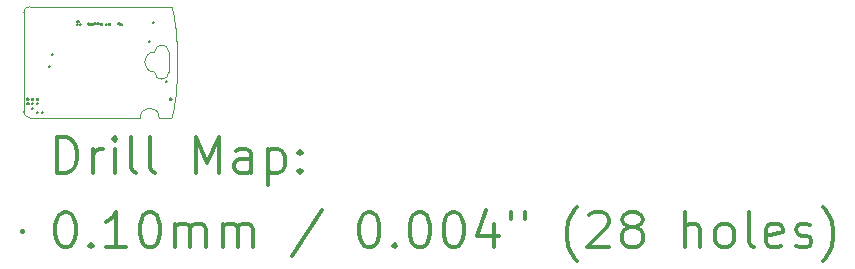
<source format=gbr>
%FSLAX45Y45*%
G04 Gerber Fmt 4.5, Leading zero omitted, Abs format (unit mm)*
G04 Created by KiCad (PCBNEW (5.0.1)-3) date 11/18/18 14:44:32*
%MOMM*%
%LPD*%
G01*
G04 APERTURE LIST*
%ADD10C,0.010000*%
%ADD11C,0.050000*%
%ADD12C,0.200000*%
%ADD13C,0.300000*%
G04 APERTURE END LIST*
D10*
X2932500Y-2265000D02*
G75*
G02X2812500Y-2265000I-60000J0D01*
G01*
X2932500Y-2095000D02*
G75*
G03X2812500Y-2095000I-60000J0D01*
G01*
X2812500Y-2095000D02*
G75*
G03X2812500Y-2265000I0J-85000D01*
G01*
D11*
X2850000Y-2650000D02*
G75*
G03X2690000Y-2650000I-80000J0D01*
G01*
X2850000Y-2650000D02*
X2952500Y-2650000D01*
D10*
X2932500Y-2095000D02*
X2932500Y-2265000D01*
D11*
X1752500Y-1710000D02*
G75*
G03X1702500Y-1760000I0J-50000D01*
G01*
X1702500Y-2600000D02*
G75*
G03X1752500Y-2650000I50000J0D01*
G01*
X1702500Y-1760000D02*
X1702500Y-2600000D01*
X2952500Y-1710000D02*
X1752500Y-1710000D01*
X1752500Y-2650000D02*
X2690000Y-2650000D01*
X3002500Y-2180000D02*
X3002500Y-2167000D01*
X3002500Y-2167000D02*
X3002500Y-2153000D01*
X3002500Y-2153000D02*
X3002500Y-2140000D01*
X3002500Y-2140000D02*
X3002500Y-2126000D01*
X3002500Y-2126000D02*
X3001500Y-2113000D01*
X3001500Y-2113000D02*
X3001500Y-2099000D01*
X3001500Y-2099000D02*
X3001500Y-2086000D01*
X3001500Y-2086000D02*
X3000500Y-2073000D01*
X3000500Y-2073000D02*
X3000500Y-2059000D01*
X3000500Y-2059000D02*
X2999500Y-2046000D01*
X2999500Y-2046000D02*
X2998500Y-2033000D01*
X2998500Y-2033000D02*
X2998500Y-2020000D01*
X2998500Y-2020000D02*
X2997500Y-2007000D01*
X2997500Y-2007000D02*
X2996500Y-1995000D01*
X2996500Y-1995000D02*
X2995500Y-1982000D01*
X2995500Y-1982000D02*
X2994500Y-1970000D01*
X2994500Y-1970000D02*
X2993500Y-1957000D01*
X2993500Y-1957000D02*
X2992500Y-1945000D01*
X2992500Y-1945000D02*
X2991500Y-1933000D01*
X2991500Y-1933000D02*
X2990500Y-1921000D01*
X2990500Y-1921000D02*
X2989500Y-1909000D01*
X2989500Y-1909000D02*
X2988500Y-1897000D01*
X2988500Y-1897000D02*
X2986500Y-1886000D01*
X2986500Y-1886000D02*
X2985500Y-1874000D01*
X2985500Y-1874000D02*
X2984500Y-1863000D01*
X2984500Y-1863000D02*
X2982500Y-1852000D01*
X2982500Y-1852000D02*
X2981500Y-1842000D01*
X2981500Y-1842000D02*
X2979500Y-1831000D01*
X2979500Y-1831000D02*
X2978500Y-1821000D01*
X2978500Y-1821000D02*
X2976500Y-1811000D01*
X2976500Y-1811000D02*
X2974500Y-1801000D01*
X2974500Y-1801000D02*
X2973500Y-1791000D01*
X2973500Y-1791000D02*
X2971500Y-1782000D01*
X2971500Y-1782000D02*
X2969500Y-1772000D01*
X2969500Y-1772000D02*
X2967500Y-1764000D01*
X2967500Y-1764000D02*
X2965500Y-1755000D01*
X2965500Y-1755000D02*
X2964500Y-1746000D01*
X2964500Y-1746000D02*
X2962500Y-1738000D01*
X2962500Y-1738000D02*
X2960500Y-1730000D01*
X2960500Y-1730000D02*
X2958500Y-1723000D01*
X2958500Y-1723000D02*
X2955500Y-1715000D01*
X2955500Y-1715000D02*
X2952500Y-1710000D01*
X2952500Y-2650000D02*
X2955500Y-2645000D01*
X2955500Y-2645000D02*
X2958500Y-2637000D01*
X2958500Y-2637000D02*
X2960500Y-2630000D01*
X2960500Y-2630000D02*
X2962500Y-2622000D01*
X2962500Y-2622000D02*
X2964500Y-2614000D01*
X2964500Y-2614000D02*
X2965500Y-2605000D01*
X2965500Y-2605000D02*
X2967500Y-2596000D01*
X2967500Y-2596000D02*
X2969500Y-2588000D01*
X2969500Y-2588000D02*
X2971500Y-2578000D01*
X2971500Y-2578000D02*
X2973500Y-2569000D01*
X2973500Y-2569000D02*
X2974500Y-2559000D01*
X2974500Y-2559000D02*
X2976500Y-2549000D01*
X2976500Y-2549000D02*
X2978500Y-2539000D01*
X2978500Y-2539000D02*
X2979500Y-2529000D01*
X2979500Y-2529000D02*
X2981500Y-2518000D01*
X2981500Y-2518000D02*
X2982500Y-2508000D01*
X2982500Y-2508000D02*
X2984500Y-2497000D01*
X2984500Y-2497000D02*
X2985500Y-2486000D01*
X2985500Y-2486000D02*
X2986500Y-2474000D01*
X2986500Y-2474000D02*
X2988500Y-2463000D01*
X2988500Y-2463000D02*
X2989500Y-2451000D01*
X2989500Y-2451000D02*
X2990500Y-2439000D01*
X2990500Y-2439000D02*
X2991500Y-2427000D01*
X2991500Y-2427000D02*
X2992500Y-2415000D01*
X2992500Y-2415000D02*
X2993500Y-2403000D01*
X2993500Y-2403000D02*
X2994500Y-2390000D01*
X2994500Y-2390000D02*
X2995500Y-2378000D01*
X2995500Y-2378000D02*
X2996500Y-2365000D01*
X2996500Y-2365000D02*
X2997500Y-2353000D01*
X2997500Y-2353000D02*
X2998500Y-2340000D01*
X2998500Y-2340000D02*
X2998500Y-2327000D01*
X2998500Y-2327000D02*
X2999500Y-2314000D01*
X2999500Y-2314000D02*
X3000500Y-2301000D01*
X3000500Y-2301000D02*
X3000500Y-2287000D01*
X3000500Y-2287000D02*
X3001500Y-2274000D01*
X3001500Y-2274000D02*
X3001500Y-2261000D01*
X3001500Y-2261000D02*
X3001500Y-2247000D01*
X3001500Y-2247000D02*
X3002500Y-2234000D01*
X3002500Y-2234000D02*
X3002500Y-2220000D01*
X3002500Y-2220000D02*
X3002500Y-2207000D01*
X3002500Y-2207000D02*
X3002500Y-2193000D01*
X3002500Y-2193000D02*
X3002500Y-2180000D01*
D12*
X1735000Y-2487500D02*
X1745000Y-2497500D01*
X1745000Y-2487500D02*
X1735000Y-2497500D01*
X1735000Y-2527500D02*
X1745000Y-2537500D01*
X1745000Y-2527500D02*
X1735000Y-2537500D01*
X1775000Y-2487500D02*
X1785000Y-2497500D01*
X1785000Y-2487500D02*
X1775000Y-2497500D01*
X1775000Y-2527500D02*
X1785000Y-2537500D01*
X1785000Y-2527500D02*
X1775000Y-2537500D01*
X1775000Y-2567500D02*
X1785000Y-2577500D01*
X1785000Y-2567500D02*
X1775000Y-2577500D01*
X1815000Y-2487500D02*
X1825000Y-2497500D01*
X1825000Y-2487500D02*
X1815000Y-2497500D01*
X1815000Y-2527500D02*
X1825000Y-2537500D01*
X1825000Y-2527500D02*
X1815000Y-2537500D01*
X1815000Y-2602500D02*
X1825000Y-2612500D01*
X1825000Y-2602500D02*
X1815000Y-2612500D01*
X1855000Y-2602500D02*
X1865000Y-2612500D01*
X1865000Y-2602500D02*
X1855000Y-2612500D01*
X1915000Y-2210000D02*
X1925000Y-2220000D01*
X1925000Y-2210000D02*
X1915000Y-2220000D01*
X1942500Y-2112500D02*
X1952500Y-2122500D01*
X1952500Y-2112500D02*
X1942500Y-2122500D01*
X2155000Y-1855000D02*
X2165000Y-1865000D01*
X2165000Y-1855000D02*
X2155000Y-1865000D01*
X2157500Y-1832500D02*
X2167500Y-1842500D01*
X2167500Y-1832500D02*
X2157500Y-1842500D01*
X2180000Y-1855000D02*
X2190000Y-1865000D01*
X2190000Y-1855000D02*
X2180000Y-1865000D01*
X2247500Y-1845000D02*
X2257500Y-1855000D01*
X2257500Y-1845000D02*
X2247500Y-1855000D01*
X2260000Y-1857500D02*
X2270000Y-1867500D01*
X2270000Y-1857500D02*
X2260000Y-1867500D01*
X2280000Y-1852500D02*
X2290000Y-1862500D01*
X2290000Y-1852500D02*
X2280000Y-1862500D01*
X2302500Y-1850000D02*
X2312500Y-1860000D01*
X2312500Y-1850000D02*
X2302500Y-1860000D01*
X2327500Y-1850000D02*
X2337500Y-1860000D01*
X2337500Y-1850000D02*
X2327500Y-1860000D01*
X2360000Y-1852500D02*
X2370000Y-1862500D01*
X2370000Y-1852500D02*
X2360000Y-1862500D01*
X2402500Y-1855000D02*
X2412500Y-1865000D01*
X2412500Y-1855000D02*
X2402500Y-1865000D01*
X2425000Y-1852500D02*
X2435000Y-1862500D01*
X2435000Y-1852500D02*
X2425000Y-1862500D01*
X2505000Y-1847500D02*
X2515000Y-1857500D01*
X2515000Y-1847500D02*
X2505000Y-1857500D01*
X2522500Y-1855000D02*
X2532500Y-1865000D01*
X2532500Y-1855000D02*
X2522500Y-1865000D01*
X2765000Y-2002500D02*
X2775000Y-2012500D01*
X2775000Y-2002500D02*
X2765000Y-2012500D01*
X2800000Y-1840000D02*
X2810000Y-1850000D01*
X2810000Y-1840000D02*
X2800000Y-1850000D01*
X2910000Y-2342500D02*
X2920000Y-2352500D01*
X2920000Y-2342500D02*
X2910000Y-2352500D01*
X2945000Y-2487500D02*
X2955000Y-2497500D01*
X2955000Y-2487500D02*
X2945000Y-2497500D01*
D13*
X1986428Y-3118214D02*
X1986428Y-2818214D01*
X2057857Y-2818214D01*
X2100714Y-2832500D01*
X2129286Y-2861071D01*
X2143571Y-2889643D01*
X2157857Y-2946786D01*
X2157857Y-2989643D01*
X2143571Y-3046786D01*
X2129286Y-3075357D01*
X2100714Y-3103929D01*
X2057857Y-3118214D01*
X1986428Y-3118214D01*
X2286428Y-3118214D02*
X2286428Y-2918214D01*
X2286428Y-2975357D02*
X2300714Y-2946786D01*
X2315000Y-2932500D01*
X2343571Y-2918214D01*
X2372143Y-2918214D01*
X2472143Y-3118214D02*
X2472143Y-2918214D01*
X2472143Y-2818214D02*
X2457857Y-2832500D01*
X2472143Y-2846786D01*
X2486428Y-2832500D01*
X2472143Y-2818214D01*
X2472143Y-2846786D01*
X2657857Y-3118214D02*
X2629286Y-3103929D01*
X2615000Y-3075357D01*
X2615000Y-2818214D01*
X2815000Y-3118214D02*
X2786428Y-3103929D01*
X2772143Y-3075357D01*
X2772143Y-2818214D01*
X3157857Y-3118214D02*
X3157857Y-2818214D01*
X3257857Y-3032500D01*
X3357857Y-2818214D01*
X3357857Y-3118214D01*
X3629286Y-3118214D02*
X3629286Y-2961071D01*
X3615000Y-2932500D01*
X3586428Y-2918214D01*
X3529286Y-2918214D01*
X3500714Y-2932500D01*
X3629286Y-3103929D02*
X3600714Y-3118214D01*
X3529286Y-3118214D01*
X3500714Y-3103929D01*
X3486428Y-3075357D01*
X3486428Y-3046786D01*
X3500714Y-3018214D01*
X3529286Y-3003929D01*
X3600714Y-3003929D01*
X3629286Y-2989643D01*
X3772143Y-2918214D02*
X3772143Y-3218214D01*
X3772143Y-2932500D02*
X3800714Y-2918214D01*
X3857857Y-2918214D01*
X3886428Y-2932500D01*
X3900714Y-2946786D01*
X3915000Y-2975357D01*
X3915000Y-3061071D01*
X3900714Y-3089643D01*
X3886428Y-3103929D01*
X3857857Y-3118214D01*
X3800714Y-3118214D01*
X3772143Y-3103929D01*
X4043571Y-3089643D02*
X4057857Y-3103929D01*
X4043571Y-3118214D01*
X4029286Y-3103929D01*
X4043571Y-3089643D01*
X4043571Y-3118214D01*
X4043571Y-2932500D02*
X4057857Y-2946786D01*
X4043571Y-2961071D01*
X4029286Y-2946786D01*
X4043571Y-2932500D01*
X4043571Y-2961071D01*
X1690000Y-3607500D02*
X1700000Y-3617500D01*
X1700000Y-3607500D02*
X1690000Y-3617500D01*
X2043571Y-3448214D02*
X2072143Y-3448214D01*
X2100714Y-3462500D01*
X2115000Y-3476786D01*
X2129286Y-3505357D01*
X2143571Y-3562500D01*
X2143571Y-3633929D01*
X2129286Y-3691071D01*
X2115000Y-3719643D01*
X2100714Y-3733929D01*
X2072143Y-3748214D01*
X2043571Y-3748214D01*
X2015000Y-3733929D01*
X2000714Y-3719643D01*
X1986428Y-3691071D01*
X1972143Y-3633929D01*
X1972143Y-3562500D01*
X1986428Y-3505357D01*
X2000714Y-3476786D01*
X2015000Y-3462500D01*
X2043571Y-3448214D01*
X2272143Y-3719643D02*
X2286428Y-3733929D01*
X2272143Y-3748214D01*
X2257857Y-3733929D01*
X2272143Y-3719643D01*
X2272143Y-3748214D01*
X2572143Y-3748214D02*
X2400714Y-3748214D01*
X2486428Y-3748214D02*
X2486428Y-3448214D01*
X2457857Y-3491071D01*
X2429286Y-3519643D01*
X2400714Y-3533929D01*
X2757857Y-3448214D02*
X2786428Y-3448214D01*
X2815000Y-3462500D01*
X2829286Y-3476786D01*
X2843571Y-3505357D01*
X2857857Y-3562500D01*
X2857857Y-3633929D01*
X2843571Y-3691071D01*
X2829286Y-3719643D01*
X2815000Y-3733929D01*
X2786428Y-3748214D01*
X2757857Y-3748214D01*
X2729286Y-3733929D01*
X2715000Y-3719643D01*
X2700714Y-3691071D01*
X2686428Y-3633929D01*
X2686428Y-3562500D01*
X2700714Y-3505357D01*
X2715000Y-3476786D01*
X2729286Y-3462500D01*
X2757857Y-3448214D01*
X2986428Y-3748214D02*
X2986428Y-3548214D01*
X2986428Y-3576786D02*
X3000714Y-3562500D01*
X3029286Y-3548214D01*
X3072143Y-3548214D01*
X3100714Y-3562500D01*
X3115000Y-3591071D01*
X3115000Y-3748214D01*
X3115000Y-3591071D02*
X3129286Y-3562500D01*
X3157857Y-3548214D01*
X3200714Y-3548214D01*
X3229286Y-3562500D01*
X3243571Y-3591071D01*
X3243571Y-3748214D01*
X3386428Y-3748214D02*
X3386428Y-3548214D01*
X3386428Y-3576786D02*
X3400714Y-3562500D01*
X3429286Y-3548214D01*
X3472143Y-3548214D01*
X3500714Y-3562500D01*
X3515000Y-3591071D01*
X3515000Y-3748214D01*
X3515000Y-3591071D02*
X3529286Y-3562500D01*
X3557857Y-3548214D01*
X3600714Y-3548214D01*
X3629286Y-3562500D01*
X3643571Y-3591071D01*
X3643571Y-3748214D01*
X4229286Y-3433929D02*
X3972143Y-3819643D01*
X4615000Y-3448214D02*
X4643571Y-3448214D01*
X4672143Y-3462500D01*
X4686428Y-3476786D01*
X4700714Y-3505357D01*
X4715000Y-3562500D01*
X4715000Y-3633929D01*
X4700714Y-3691071D01*
X4686428Y-3719643D01*
X4672143Y-3733929D01*
X4643571Y-3748214D01*
X4615000Y-3748214D01*
X4586428Y-3733929D01*
X4572143Y-3719643D01*
X4557857Y-3691071D01*
X4543571Y-3633929D01*
X4543571Y-3562500D01*
X4557857Y-3505357D01*
X4572143Y-3476786D01*
X4586428Y-3462500D01*
X4615000Y-3448214D01*
X4843571Y-3719643D02*
X4857857Y-3733929D01*
X4843571Y-3748214D01*
X4829286Y-3733929D01*
X4843571Y-3719643D01*
X4843571Y-3748214D01*
X5043571Y-3448214D02*
X5072143Y-3448214D01*
X5100714Y-3462500D01*
X5115000Y-3476786D01*
X5129286Y-3505357D01*
X5143571Y-3562500D01*
X5143571Y-3633929D01*
X5129286Y-3691071D01*
X5115000Y-3719643D01*
X5100714Y-3733929D01*
X5072143Y-3748214D01*
X5043571Y-3748214D01*
X5015000Y-3733929D01*
X5000714Y-3719643D01*
X4986428Y-3691071D01*
X4972143Y-3633929D01*
X4972143Y-3562500D01*
X4986428Y-3505357D01*
X5000714Y-3476786D01*
X5015000Y-3462500D01*
X5043571Y-3448214D01*
X5329286Y-3448214D02*
X5357857Y-3448214D01*
X5386428Y-3462500D01*
X5400714Y-3476786D01*
X5415000Y-3505357D01*
X5429286Y-3562500D01*
X5429286Y-3633929D01*
X5415000Y-3691071D01*
X5400714Y-3719643D01*
X5386428Y-3733929D01*
X5357857Y-3748214D01*
X5329286Y-3748214D01*
X5300714Y-3733929D01*
X5286428Y-3719643D01*
X5272143Y-3691071D01*
X5257857Y-3633929D01*
X5257857Y-3562500D01*
X5272143Y-3505357D01*
X5286428Y-3476786D01*
X5300714Y-3462500D01*
X5329286Y-3448214D01*
X5686428Y-3548214D02*
X5686428Y-3748214D01*
X5615000Y-3433929D02*
X5543571Y-3648214D01*
X5729286Y-3648214D01*
X5829286Y-3448214D02*
X5829286Y-3505357D01*
X5943571Y-3448214D02*
X5943571Y-3505357D01*
X6386428Y-3862500D02*
X6372143Y-3848214D01*
X6343571Y-3805357D01*
X6329286Y-3776786D01*
X6315000Y-3733929D01*
X6300714Y-3662500D01*
X6300714Y-3605357D01*
X6315000Y-3533929D01*
X6329286Y-3491071D01*
X6343571Y-3462500D01*
X6372143Y-3419643D01*
X6386428Y-3405357D01*
X6486428Y-3476786D02*
X6500714Y-3462500D01*
X6529286Y-3448214D01*
X6600714Y-3448214D01*
X6629286Y-3462500D01*
X6643571Y-3476786D01*
X6657857Y-3505357D01*
X6657857Y-3533929D01*
X6643571Y-3576786D01*
X6472143Y-3748214D01*
X6657857Y-3748214D01*
X6829286Y-3576786D02*
X6800714Y-3562500D01*
X6786428Y-3548214D01*
X6772143Y-3519643D01*
X6772143Y-3505357D01*
X6786428Y-3476786D01*
X6800714Y-3462500D01*
X6829286Y-3448214D01*
X6886428Y-3448214D01*
X6915000Y-3462500D01*
X6929286Y-3476786D01*
X6943571Y-3505357D01*
X6943571Y-3519643D01*
X6929286Y-3548214D01*
X6915000Y-3562500D01*
X6886428Y-3576786D01*
X6829286Y-3576786D01*
X6800714Y-3591071D01*
X6786428Y-3605357D01*
X6772143Y-3633929D01*
X6772143Y-3691071D01*
X6786428Y-3719643D01*
X6800714Y-3733929D01*
X6829286Y-3748214D01*
X6886428Y-3748214D01*
X6915000Y-3733929D01*
X6929286Y-3719643D01*
X6943571Y-3691071D01*
X6943571Y-3633929D01*
X6929286Y-3605357D01*
X6915000Y-3591071D01*
X6886428Y-3576786D01*
X7300714Y-3748214D02*
X7300714Y-3448214D01*
X7429286Y-3748214D02*
X7429286Y-3591071D01*
X7415000Y-3562500D01*
X7386428Y-3548214D01*
X7343571Y-3548214D01*
X7315000Y-3562500D01*
X7300714Y-3576786D01*
X7615000Y-3748214D02*
X7586428Y-3733929D01*
X7572143Y-3719643D01*
X7557857Y-3691071D01*
X7557857Y-3605357D01*
X7572143Y-3576786D01*
X7586428Y-3562500D01*
X7615000Y-3548214D01*
X7657857Y-3548214D01*
X7686428Y-3562500D01*
X7700714Y-3576786D01*
X7715000Y-3605357D01*
X7715000Y-3691071D01*
X7700714Y-3719643D01*
X7686428Y-3733929D01*
X7657857Y-3748214D01*
X7615000Y-3748214D01*
X7886428Y-3748214D02*
X7857857Y-3733929D01*
X7843571Y-3705357D01*
X7843571Y-3448214D01*
X8115000Y-3733929D02*
X8086428Y-3748214D01*
X8029286Y-3748214D01*
X8000714Y-3733929D01*
X7986428Y-3705357D01*
X7986428Y-3591071D01*
X8000714Y-3562500D01*
X8029286Y-3548214D01*
X8086428Y-3548214D01*
X8115000Y-3562500D01*
X8129286Y-3591071D01*
X8129286Y-3619643D01*
X7986428Y-3648214D01*
X8243571Y-3733929D02*
X8272143Y-3748214D01*
X8329286Y-3748214D01*
X8357857Y-3733929D01*
X8372143Y-3705357D01*
X8372143Y-3691071D01*
X8357857Y-3662500D01*
X8329286Y-3648214D01*
X8286428Y-3648214D01*
X8257857Y-3633929D01*
X8243571Y-3605357D01*
X8243571Y-3591071D01*
X8257857Y-3562500D01*
X8286428Y-3548214D01*
X8329286Y-3548214D01*
X8357857Y-3562500D01*
X8472143Y-3862500D02*
X8486428Y-3848214D01*
X8515000Y-3805357D01*
X8529286Y-3776786D01*
X8543571Y-3733929D01*
X8557857Y-3662500D01*
X8557857Y-3605357D01*
X8543571Y-3533929D01*
X8529286Y-3491071D01*
X8515000Y-3462500D01*
X8486428Y-3419643D01*
X8472143Y-3405357D01*
M02*

</source>
